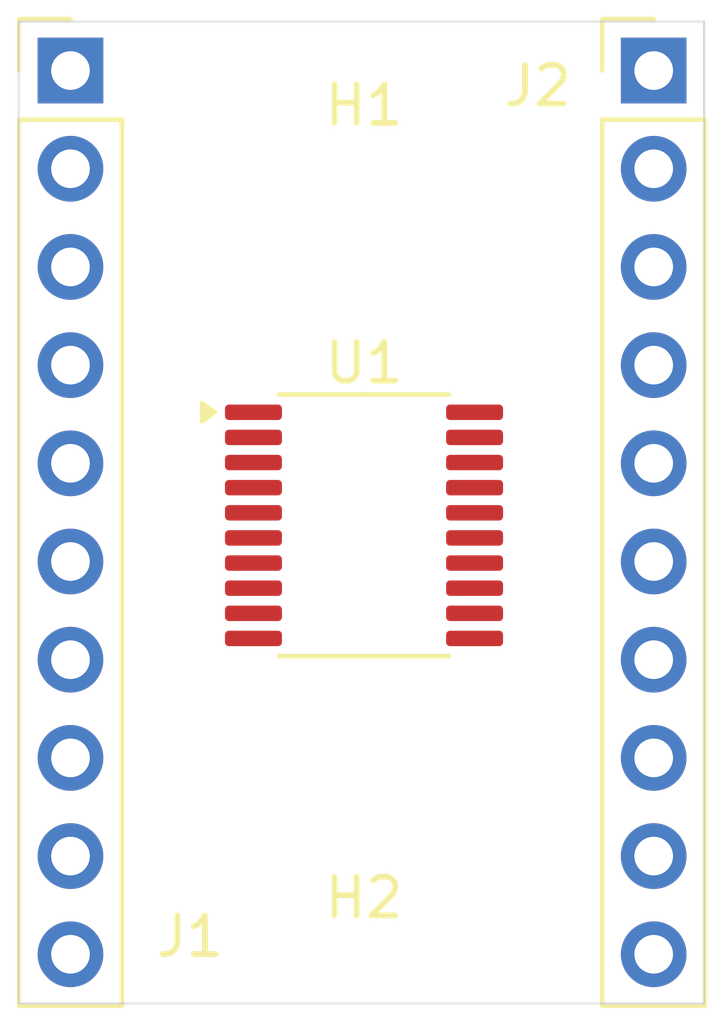
<source format=kicad_pcb>
(kicad_pcb (version 20240108) (generator "pcbnew") (generator_version "8.0")
  (layers (0 "F.Cu" signal) (31 "B.Cu" signal) (34 "B.Paste" user) (35 "F.Paste" user) (36 "B.SilkS" user "B.Silkscreen") (37 "F.SilkS" user "F.Silkscreen") (38 "B.Mask" user) (39 "F.Mask" user) (44 "Edge.Cuts" user))
  (net 0 "")
  (footprint "MountingHole:MountingHole_2.2mm_M2" (layer "F.Cu") (at 110.05 106.399)
    (property "Reference" "H1" (at 3.95 0.101 0) (layer "F.SilkS"))
    (property "Value" "MountingHole" (hide yes))
    (pad "" np_thru_hole circle (at 0 0) (size 2.2 2.2) (drill 2.2) (layers "*.Cu" "*.Mask"))
  )
  (footprint "Connector_PinHeader_2.54mm:PinHeader_1x10_P2.54mm_Vertical" (layer "F.Cu") (at 121.5 105.6)
    (property "Reference" "J2" (at -3 0.4 0) (layer "F.SilkS"))
    (property "Value" "Conn_01x10" (hide yes))
    (fp_line (start -1.33 -1.33) (end 0 -1.33) (stroke (width 0.12)) (layer "F.SilkS"))
    (fp_line (start -1.33 0) (end -1.33 -1.33) (stroke (width 0.12)) (layer "F.SilkS"))
    (fp_line (start -1.33 1.27) (end -1.33 24.19) (stroke (width 0.12)) (layer "F.SilkS"))
    (fp_line (start -1.33 1.27) (end 1.33 1.27) (stroke (width 0.12)) (layer "F.SilkS"))
    (fp_line (start -1.33 24.19) (end 1.33 24.19) (stroke (width 0.12)) (layer "F.SilkS"))
    (fp_line (start 1.33 1.27) (end 1.33 24.19) (stroke (width 0.12)) (layer "F.SilkS"))
    (pad "1" thru_hole rect (at 0 0) (size 1.7 1.7) (drill 1) (layers "*.Cu" "*.Mask"))
    (pad "2" thru_hole oval (at 0 2.54) (size 1.7 1.7) (drill 1) (layers "*.Cu" "*.Mask"))
    (pad "3" thru_hole oval (at 0 5.08) (size 1.7 1.7) (drill 1) (layers "*.Cu" "*.Mask"))
    (pad "4" thru_hole oval (at 0 7.62) (size 1.7 1.7) (drill 1) (layers "*.Cu" "*.Mask"))
    (pad "5" thru_hole oval (at 0 10.16) (size 1.7 1.7) (drill 1) (layers "*.Cu" "*.Mask"))
    (pad "6" thru_hole oval (at 0 12.7) (size 1.7 1.7) (drill 1) (layers "*.Cu" "*.Mask"))
    (pad "7" thru_hole oval (at 0 15.24) (size 1.7 1.7) (drill 1) (layers "*.Cu" "*.Mask"))
    (pad "8" thru_hole oval (at 0 17.78) (size 1.7 1.7) (drill 1) (layers "*.Cu" "*.Mask"))
    (pad "9" thru_hole oval (at 0 20.32) (size 1.7 1.7) (drill 1) (layers "*.Cu" "*.Mask"))
    (pad "10" thru_hole oval (at 0 22.86) (size 1.7 1.7) (drill 1) (layers "*.Cu" "*.Mask"))
  )
  (footprint "MountingHole:MountingHole_2.2mm_M2" (layer "F.Cu") (at 118.061 127.529)
    (property "Reference" "H2" (at -4.061 -0.529 0) (layer "F.SilkS"))
    (property "Value" "MountingHole" (hide yes))
    (pad "" np_thru_hole circle (at 0 0) (size 2.2 2.2) (drill 2.2) (layers "*.Cu" "*.Mask"))
  )
  (footprint "Package_SO:TSSOP-20_4.4x6.5mm_P0.65mm" (layer "F.Cu") (at 114 117.365)
    (property "Reference" "U1" (at 0 -4.2 0) (layer "F.SilkS"))
    (property "Value" "CH32V30xFxPx" (hide yes))
    (fp_line (start 0 -3.385) (end -2.2 -3.385) (stroke (width 0.12)) (layer "F.SilkS"))
    (fp_line (start 0 -3.385) (end 2.2 -3.385) (stroke (width 0.12)) (layer "F.SilkS"))
    (fp_line (start 0 3.385) (end -2.2 3.385) (stroke (width 0.12)) (layer "F.SilkS"))
    (fp_line (start 0 3.385) (end 2.2 3.385) (stroke (width 0.12)) (layer "F.SilkS"))
    (fp_poly (pts (xy -3.86 -2.925) (xy -4.19 -3.165) (xy -4.19 -2.685) (xy -3.86 -2.925)) (stroke (width 0.12)) (fill solid) (layer "F.SilkS"))
    (pad "1" smd roundrect (at -2.8625 -2.925) (size 1.475 0.4) (layers "F.Cu" "F.Paste" "F.Mask"))
    (pad "2" smd roundrect (at -2.8625 -2.275) (size 1.475 0.4) (layers "F.Cu" "F.Paste" "F.Mask"))
    (pad "3" smd roundrect (at -2.8625 -1.625) (size 1.475 0.4) (layers "F.Cu" "F.Paste" "F.Mask"))
    (pad "4" smd roundrect (at -2.8625 -0.975) (size 1.475 0.4) (layers "F.Cu" "F.Paste" "F.Mask"))
    (pad "5" smd roundrect (at -2.8625 -0.325) (size 1.475 0.4) (layers "F.Cu" "F.Paste" "F.Mask"))
    (pad "6" smd roundrect (at -2.8625 0.325) (size 1.475 0.4) (layers "F.Cu" "F.Paste" "F.Mask"))
    (pad "7" smd roundrect (at -2.8625 0.975) (size 1.475 0.4) (layers "F.Cu" "F.Paste" "F.Mask"))
    (pad "8" smd roundrect (at -2.8625 1.625) (size 1.475 0.4) (layers "F.Cu" "F.Paste" "F.Mask"))
    (pad "9" smd roundrect (at -2.8625 2.275) (size 1.475 0.4) (layers "F.Cu" "F.Paste" "F.Mask"))
    (pad "10" smd roundrect (at -2.8625 2.925) (size 1.475 0.4) (layers "F.Cu" "F.Paste" "F.Mask"))
    (pad "11" smd roundrect (at 2.8625 2.925) (size 1.475 0.4) (layers "F.Cu" "F.Paste" "F.Mask"))
    (pad "12" smd roundrect (at 2.8625 2.275) (size 1.475 0.4) (layers "F.Cu" "F.Paste" "F.Mask"))
    (pad "13" smd roundrect (at 2.8625 1.625) (size 1.475 0.4) (layers "F.Cu" "F.Paste" "F.Mask"))
    (pad "14" smd roundrect (at 2.8625 0.975) (size 1.475 0.4) (layers "F.Cu" "F.Paste" "F.Mask"))
    (pad "15" smd roundrect (at 2.8625 0.325) (size 1.475 0.4) (layers "F.Cu" "F.Paste" "F.Mask"))
    (pad "16" smd roundrect (at 2.8625 -0.325) (size 1.475 0.4) (layers "F.Cu" "F.Paste" "F.Mask"))
    (pad "17" smd roundrect (at 2.8625 -0.975) (size 1.475 0.4) (layers "F.Cu" "F.Paste" "F.Mask"))
    (pad "18" smd roundrect (at 2.8625 -1.625) (size 1.475 0.4) (layers "F.Cu" "F.Paste" "F.Mask"))
    (pad "19" smd roundrect (at 2.8625 -2.275) (size 1.475 0.4) (layers "F.Cu" "F.Paste" "F.Mask"))
    (pad "20" smd roundrect (at 2.8625 -2.925) (size 1.475 0.4) (layers "F.Cu" "F.Paste" "F.Mask"))
  )
  (footprint "Connector_PinHeader_2.54mm:PinHeader_1x10_P2.54mm_Vertical" (layer "F.Cu") (at 106.4 105.6)
    (property "Reference" "J1" (at 3.1 22.4 0) (layer "F.SilkS"))
    (property "Value" "Conn_01x10" (hide yes))
    (fp_line (start -1.33 -1.33) (end 0 -1.33) (stroke (width 0.12)) (layer "F.SilkS"))
    (fp_line (start -1.33 0) (end -1.33 -1.33) (stroke (width 0.12)) (layer "F.SilkS"))
    (fp_line (start -1.33 1.27) (end -1.33 24.19) (stroke (width 0.12)) (layer "F.SilkS"))
    (fp_line (start -1.33 1.27) (end 1.33 1.27) (stroke (width 0.12)) (layer "F.SilkS"))
    (fp_line (start -1.33 24.19) (end 1.33 24.19) (stroke (width 0.12)) (layer "F.SilkS"))
    (fp_line (start 1.33 1.27) (end 1.33 24.19) (stroke (width 0.12)) (layer "F.SilkS"))
    (pad "1" thru_hole rect (at 0 0) (size 1.7 1.7) (drill 1) (layers "*.Cu" "*.Mask"))
    (pad "2" thru_hole oval (at 0 2.54) (size 1.7 1.7) (drill 1) (layers "*.Cu" "*.Mask"))
    (pad "3" thru_hole oval (at 0 5.08) (size 1.7 1.7) (drill 1) (layers "*.Cu" "*.Mask"))
    (pad "4" thru_hole oval (at 0 7.62) (size 1.7 1.7) (drill 1) (layers "*.Cu" "*.Mask"))
    (pad "5" thru_hole oval (at 0 10.16) (size 1.7 1.7) (drill 1) (layers "*.Cu" "*.Mask"))
    (pad "6" thru_hole oval (at 0 12.7) (size 1.7 1.7) (drill 1) (layers "*.Cu" "*.Mask"))
    (pad "7" thru_hole oval (at 0 15.24) (size 1.7 1.7) (drill 1) (layers "*.Cu" "*.Mask"))
    (pad "8" thru_hole oval (at 0 17.78) (size 1.7 1.7) (drill 1) (layers "*.Cu" "*.Mask"))
    (pad "9" thru_hole oval (at 0 20.32) (size 1.7 1.7) (drill 1) (layers "*.Cu" "*.Mask"))
    (pad "10" thru_hole oval (at 0 22.86) (size 1.7 1.7) (drill 1) (layers "*.Cu" "*.Mask"))
  )
  (gr_rect (start 105.057 104.333) (end 122.807 129.733) (stroke (width 0.05)) (fill none) (layer "Edge.Cuts"))
)
</source>
